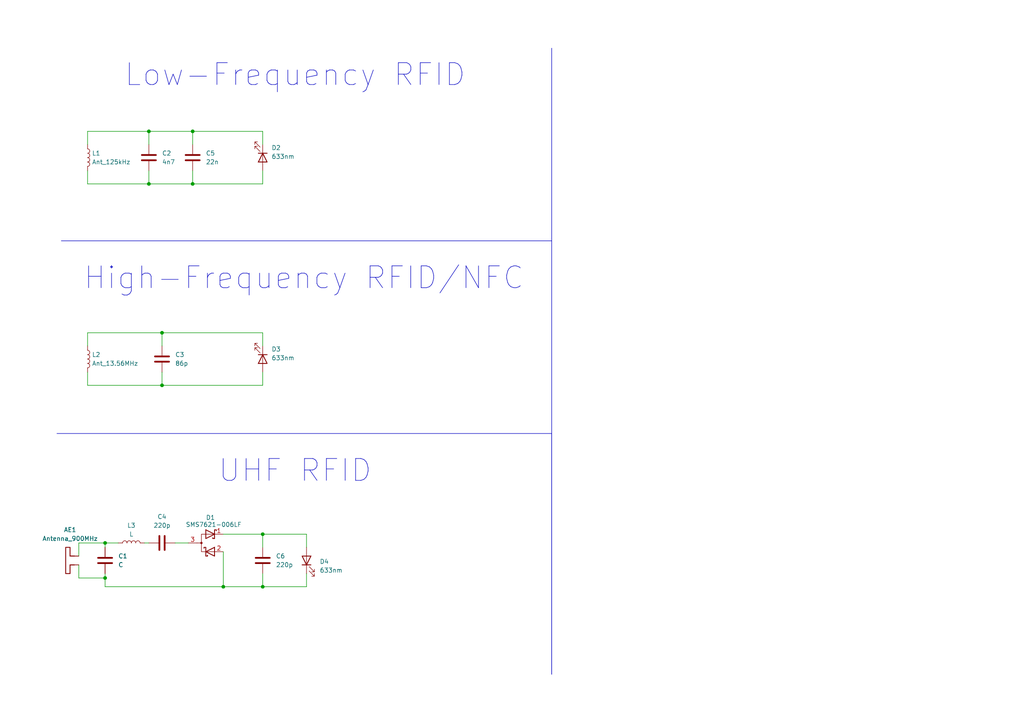
<source format=kicad_sch>
(kicad_sch (version 20250114) (generator "eeschema") (generator_version "9.0")
  (paper "A4")
  (lib_symbols
    (symbol "Device:Antenna_Dipole" (pin_numbers (hide yes)) (pin_names (offset 1.016) (hide yes))
      (property "Reference" "AE" (at 1.27 1.27 0))
      (property "Value" "Antenna_Dipole" (at 1.27 0 0))
      (symbol "Antenna_Dipole_0_1"
        (polyline (pts (xy 2.54 -3.81) (xy 2.54 -2.54) (xy 5.08 -2.54) (xy 5.08 -1.27) (xy -2.54 -1.27) (xy -2.54 -2.54) (xy 0 -2.54) (xy 0 -3.81)) (stroke (width 0.254)))
      )
      (symbol "Antenna_Dipole_1_1"
        (pin input line (at 0 -5.08 90) (length 2.54) (name "~") (number "1"))
        (pin input line (at 2.54 -5.08 90) (length 2.54) (name "~") (number "2"))
      )
    )
    (symbol "Device:C" (pin_numbers (hide yes)) (pin_names (offset 0.254))
      (property "Reference" "C" (at 0.635 2.54 0))
      (property "Value" "C" (at 0.635 -2.54 0))
      (symbol "C_0_1"
        (polyline (pts (xy -2.032 0.762) (xy 2.032 0.762)) (stroke (width 0.508)))
        (polyline (pts (xy -2.032 -0.762) (xy 2.032 -0.762)) (stroke (width 0.508)))
      )
      (symbol "C_1_1"
        (pin passive line (at 0 3.81 270) (length 2.794) (name "~") (number "1"))
        (pin passive line (at 0 -3.81 90) (length 2.794) (name "~") (number "2"))
      )
    )
    (symbol "Device:D_Schottky_Dual_Series_KAC_Parallel" (pin_names (offset 0.762) (hide yes))
      (property "Reference" "D" (at 0 5.08 0))
      (property "Value" "D_Schottky_Dual_Series_KAC_Parallel" (at 0 -5.08 0))
      (symbol "D_Schottky_Dual_Series_KAC_Parallel_0_1"
        (circle (center -1.27 0) (radius 0.254) (fill (type outline)))
        (polyline (pts (xy -1.27 0) (xy -2.54 0)))
        (polyline (pts (xy -0.508 -1.524) (xy -0.508 -1.27) (xy 0 -1.27) (xy 0 -3.81) (xy 0.508 -3.81) (xy 0.508 -3.556)) (stroke (width 0.254)))
        (polyline (pts (xy 0 3.81) (xy 2.54 2.54) (xy 0 1.27) (xy 0 3.81) (xy 0 3.81) (xy 0 3.81)) (stroke (width 0.254)))
        (polyline (pts (xy 2.54 2.54) (xy -1.27 2.54) (xy -1.27 -2.54) (xy 2.54 -2.54)))
        (polyline (pts (xy 2.54 -1.27) (xy 0 -2.54) (xy 2.54 -3.81) (xy 2.54 -1.27) (xy 2.54 -1.27) (xy 2.54 -1.27)) (stroke (width 0.254)))
        (polyline (pts (xy 3.048 3.556) (xy 3.048 3.81) (xy 2.54 3.81) (xy 2.54 1.27) (xy 2.032 1.27) (xy 2.032 1.524)) (stroke (width 0.254)))
        (pin passive line (at -5.08 0 0) (length 2.54) (name "A") (number "3"))
        (pin passive line (at 5.08 2.54 180) (length 2.54) (name "K") (number "1"))
        (pin passive line (at 5.08 -2.54 180) (length 2.54) (name "K") (number "2"))
      )
    )
    (symbol "Device:L" (pin_numbers (hide yes)) (pin_names (offset 1.016) (hide yes))
      (property "Reference" "L" (at -1.27 0 90))
      (property "Value" "L" (at 1.905 0 90))
      (symbol "L_0_1"
        (arc (start 0 2.54) (mid 0.6323 1.905) (end 0 1.27))
        (arc (start 0 1.27) (mid 0.6323 0.635) (end 0 0))
        (arc (start 0 0) (mid 0.6323 -0.635) (end 0 -1.27))
        (arc (start 0 -1.27) (mid 0.6323 -1.905) (end 0 -2.54))
      )
      (symbol "L_1_1"
        (pin passive line (at 0 3.81 270) (length 1.27) (name "1") (number "1"))
        (pin passive line (at 0 -3.81 90) (length 1.27) (name "2") (number "2"))
      )
    )
    (symbol "Device:LED" (pin_numbers (hide yes)) (pin_names (offset 1.016) (hide yes))
      (property "Reference" "D" (at 0 2.54 0))
      (property "Value" "LED" (at 0 -2.54 0))
      (symbol "LED_0_1"
        (polyline (pts (xy -3.048 -0.762) (xy -4.572 -2.286) (xy -3.81 -2.286) (xy -4.572 -2.286) (xy -4.572 -1.524)))
        (polyline (pts (xy -1.778 -0.762) (xy -3.302 -2.286) (xy -2.54 -2.286) (xy -3.302 -2.286) (xy -3.302 -1.524)))
        (polyline (pts (xy -1.27 0) (xy 1.27 0)))
        (polyline (pts (xy -1.27 -1.27) (xy -1.27 1.27)) (stroke (width 0.254)))
        (polyline (pts (xy 1.27 -1.27) (xy 1.27 1.27) (xy -1.27 0) (xy 1.27 -1.27)) (stroke (width 0.254)))
      )
      (symbol "LED_1_1"
        (pin passive line (at -3.81 0 0) (length 2.54) (name "K") (number "1"))
        (pin passive line (at 3.81 0 180) (length 2.54) (name "A") (number "2"))
      )
    )
  )
  (text "UHF RFID" (at 85.598 136.652 0) (effects (font (size 6.35 6.35))))
  (text "High-Frequency RFID/NFC" (at 88.138 80.772 0) (effects (font (size 6.35 6.35))))
  (text "Low-Frequency RFID" (at 85.598 21.844 0) (effects (font (size 6.35 6.35))))
  (junction (at 30.48 157.48))
  (junction (at 55.88 38.1))
  (junction (at 76.2 154.94))
  (junction (at 76.2 170.18))
  (junction (at 30.48 167.64))
  (junction (at 46.99 111.76))
  (junction (at 43.18 53.34))
  (junction (at 46.99 96.52))
  (junction (at 43.18 38.1))
  (junction (at 64.77 170.18))
  (junction (at 55.88 53.34))
  (wire (pts (xy 76.2 111.76) (xy 76.2 107.95)))
  (wire (pts (xy 55.88 53.34) (xy 76.2 53.34)))
  (wire (pts (xy 22.86 157.48) (xy 30.48 157.48)))
  (wire (pts (xy 64.77 170.18) (xy 76.2 170.18)))
  (wire (pts (xy 88.9 166.37) (xy 88.9 170.18)))
  (wire (pts (xy 22.86 167.64) (xy 30.48 167.64)))
  (wire (pts (xy 25.4 49.53) (xy 25.4 53.34)))
  (wire (pts (xy 25.4 41.91) (xy 25.4 38.1)))
  (wire (pts (xy 55.88 38.1) (xy 55.88 41.91)))
  (wire (pts (xy 25.4 111.76) (xy 25.4 107.95)))
  (wire (pts (xy 43.18 41.91) (xy 43.18 38.1)))
  (wire (pts (xy 25.4 96.52) (xy 25.4 100.33)))
  (wire (pts (xy 22.86 157.48) (xy 22.86 161.29)))
  (wire (pts (xy 30.48 166.37) (xy 30.48 167.64)))
  (wire (pts (xy 76.2 166.37) (xy 76.2 170.18)))
  (wire (pts (xy 55.88 53.34) (xy 55.88 49.53)))
  (wire (pts (xy 43.18 49.53) (xy 43.18 53.34)))
  (wire (pts (xy 76.2 38.1) (xy 76.2 41.91)))
  (polyline (pts (xy 160.02 195.58) (xy 160.02 125.73)))
  (wire (pts (xy 64.77 154.94) (xy 76.2 154.94)))
  (wire (pts (xy 43.18 38.1) (xy 55.88 38.1)))
  (wire (pts (xy 76.2 154.94) (xy 88.9 154.94)))
  (wire (pts (xy 46.99 111.76) (xy 76.2 111.76)))
  (polyline (pts (xy 160.02 13.97) (xy 160.02 195.58)))
  (wire (pts (xy 76.2 154.94) (xy 76.2 158.75)))
  (wire (pts (xy 46.99 96.52) (xy 46.99 100.33)))
  (wire (pts (xy 76.2 170.18) (xy 88.9 170.18)))
  (wire (pts (xy 43.18 53.34) (xy 55.88 53.34)))
  (wire (pts (xy 76.2 96.52) (xy 76.2 100.33)))
  (wire (pts (xy 34.29 157.48) (xy 30.48 157.48)))
  (wire (pts (xy 22.86 167.64) (xy 22.86 163.83)))
  (wire (pts (xy 25.4 96.52) (xy 46.99 96.52)))
  (wire (pts (xy 76.2 53.34) (xy 76.2 49.53)))
  (wire (pts (xy 25.4 38.1) (xy 43.18 38.1)))
  (wire (pts (xy 25.4 111.76) (xy 46.99 111.76)))
  (wire (pts (xy 55.88 38.1) (xy 76.2 38.1)))
  (wire (pts (xy 25.4 53.34) (xy 43.18 53.34)))
  (wire (pts (xy 41.91 157.48) (xy 43.18 157.48)))
  (wire (pts (xy 46.99 96.52) (xy 76.2 96.52)))
  (wire (pts (xy 30.48 157.48) (xy 30.48 158.75)))
  (polyline (pts (xy 17.78 69.85) (xy 160.02 69.85)))
  (wire (pts (xy 46.99 111.76) (xy 46.99 107.95)))
  (wire (pts (xy 50.8 157.48) (xy 54.61 157.48)))
  (polyline (pts (xy 16.51 125.73) (xy 160.02 125.73)))
  (wire (pts (xy 64.77 160.02) (xy 64.77 170.18)))
  (wire (pts (xy 88.9 154.94) (xy 88.9 158.75)))
  (wire (pts (xy 30.48 170.18) (xy 64.77 170.18)))
  (wire (pts (xy 30.48 167.64) (xy 30.48 170.18)))
  (symbol (lib_id "Device:D_Schottky_Dual_Series_KAC_Parallel") (at 59.69 157.48 0) (unit 1)
    (property "Reference" "D1" (at 59.69 150.114 0) (effects (justify left)))
    (property "Value" "SMS7621-006LF" (at 53.848 152.146 0) (effects (justify left)))
    (property "Footprint" "Package_TO_SOT_SMD:SOT-23_Handsoldering" (effects (hide yes)))
    (property "Description" "Dual Schottky diode, cathode/anode/center" (effects (hide yes)))
  )
  (symbol (lib_id "Device:LED") (at 76.2 104.14 270) (unit 1)
    (property "Reference" "D3" (at 78.74 101.2824 90) (effects (justify left)))
    (property "Value" "633nm" (at 78.74 103.8224 90) (effects (justify left)))
    (property "Footprint" "LED_SMD:LED_0603_1608Metric" (effects (hide yes)))
    (property "Description" "Light emitting diode" (effects (hide yes)))
    (property "Sim.Pins" "1=K 2=A" (effects (hide yes)))
  )
  (symbol (lib_id "Device:L") (at 25.4 45.72 0) (unit 1)
    (property "Reference" "L1" (at 26.67 44.4499 0) (effects (justify left)))
    (property "Value" "Ant_125kHz" (at 26.67 46.9899 0) (effects (justify left)))
    (property "Footprint" "Library:Antenna_125kHz_v2" (effects (hide yes)))
  )
  (symbol (lib_id "Device:L") (at 38.1 157.48 90) (unit 1)
    (property "Reference" "L3" (at 38.1 152.4 90))
    (property "Value" "L" (at 38.1 154.94 90))
    (property "Footprint" "Inductor_SMD:L_0603_1608Metric_Pad1.05x0.95mm_HandSolder" (effects (hide yes)))
    (property "Description" "Inductor" (effects (hide yes)))
  )
  (symbol (lib_id "Device:LED") (at 88.9 162.56 90) (unit 1)
    (property "Reference" "D4" (at 92.71 162.8774 90) (effects (justify right)))
    (property "Value" "633nm" (at 92.71 165.4174 90) (effects (justify right)))
    (property "Footprint" "LED_SMD:LED_0603_1608Metric" (effects (hide yes)))
    (property "Description" "Light emitting diode" (effects (hide yes)))
    (property "Sim.Pins" "1=K 2=A" (effects (hide yes)))
  )
  (symbol (lib_id "Device:C") (at 43.18 45.72 0) (unit 1)
    (property "Reference" "C2" (at 46.99 44.4499 0) (effects (justify left)))
    (property "Value" "4n7" (at 46.99 46.9899 0) (effects (justify left)))
    (property "Footprint" "Capacitor_SMD:C_0603_1608Metric_Pad1.08x0.95mm_HandSolder" (effects (hide yes)))
    (property "Description" "Unpolarized capacitor" (effects (hide yes)))
  )
  (symbol (lib_id "Device:LED") (at 76.2 45.72 270) (unit 1)
    (property "Reference" "D2" (at 78.74 42.8624 90) (effects (justify left)))
    (property "Value" "633nm" (at 78.74 45.4024 90) (effects (justify left)))
    (property "Footprint" "LED_SMD:LED_0603_1608Metric" (effects (hide yes)))
    (property "Description" "Light emitting diode" (effects (hide yes)))
    (property "Sim.Pins" "1=K 2=A" (effects (hide yes)))
  )
  (symbol (lib_id "Device:C") (at 30.48 162.56 0) (unit 1)
    (property "Reference" "C1" (at 34.29 161.2899 0) (effects (justify left)))
    (property "Value" "C" (at 34.29 163.8299 0) (effects (justify left)))
    (property "Footprint" "Capacitor_SMD:C_0603_1608Metric_Pad1.08x0.95mm_HandSolder" (effects (hide yes)))
    (property "Description" "Unpolarized capacitor" (effects (hide yes)))
  )
  (symbol (lib_id "Device:L") (at 25.4 104.14 0) (unit 1)
    (property "Reference" "L2" (at 26.67 102.8699 0) (effects (justify left)))
    (property "Value" "Ant_13.56MHz" (at 26.67 105.4099 0) (effects (justify left)))
    (property "Footprint" "Library:Antenna_nfc" (effects (hide yes)))
    (property "Description" "Inductor" (effects (hide yes)))
  )
  (symbol (lib_id "Device:C") (at 76.2 162.56 0) (unit 1)
    (property "Reference" "C6" (at 80.01 161.2899 0) (effects (justify left)))
    (property "Value" "220p" (at 80.01 163.8299 0) (effects (justify left)))
    (property "Footprint" "Capacitor_SMD:C_0603_1608Metric_Pad1.08x0.95mm_HandSolder" (effects (hide yes)))
    (property "Description" "Unpolarized capacitor" (effects (hide yes)))
  )
  (symbol (lib_id "Device:Antenna_Dipole") (at 17.78 163.83 90) (unit 1)
    (property "Reference" "AE1" (at 20.32 153.67 90))
    (property "Value" "Antenna_900MHz" (at 20.32 156.21 90))
    (property "Footprint" "Library:Ant_915mhz" (effects (hide yes)))
  )
  (symbol (lib_id "Device:C") (at 55.88 45.72 0) (unit 1)
    (property "Reference" "C5" (at 59.69 44.4499 0) (effects (justify left)))
    (property "Value" "22n" (at 59.69 46.9899 0) (effects (justify left)))
    (property "Footprint" "Capacitor_SMD:C_0603_1608Metric_Pad1.08x0.95mm_HandSolder" (effects (hide yes)))
    (property "Description" "Unpolarized capacitor" (effects (hide yes)))
  )
  (symbol (lib_id "Device:C") (at 46.99 104.14 0) (unit 1)
    (property "Reference" "C3" (at 50.8 102.8699 0) (effects (justify left)))
    (property "Value" "86p" (at 50.8 105.4099 0) (effects (justify left)))
    (property "Footprint" "Capacitor_SMD:C_0603_1608Metric_Pad1.08x0.95mm_HandSolder" (effects (hide yes)))
    (property "Description" "Unpolarized capacitor" (effects (hide yes)))
  )
  (symbol (lib_id "Device:C") (at 46.99 157.48 90) (unit 1)
    (property "Reference" "C4" (at 46.99 149.86 90))
    (property "Value" "220p" (at 46.99 152.4 90))
    (property "Footprint" "Capacitor_SMD:C_0603_1608Metric_Pad1.08x0.95mm_HandSolder" (effects (hide yes)))
    (property "Description" "Unpolarized capacitor" (effects (hide yes)))
  )
)
</source>
